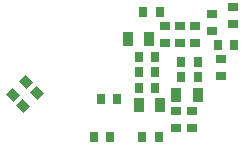
<source format=gbp>
G04*
G04 #@! TF.GenerationSoftware,Altium Limited,Altium Designer,20.0.13 (296)*
G04*
G04 Layer_Color=128*
%FSLAX44Y44*%
%MOMM*%
G71*
G01*
G75*
%ADD23R,0.9000X0.7500*%
%ADD24R,0.7500X0.9000*%
%ADD43R,0.9000X1.3000*%
G04:AMPARAMS|DCode=88|XSize=0.9mm|YSize=0.75mm|CornerRadius=0mm|HoleSize=0mm|Usage=FLASHONLY|Rotation=135.000|XOffset=0mm|YOffset=0mm|HoleType=Round|Shape=Rectangle|*
%AMROTATEDRECTD88*
4,1,4,0.5834,-0.0530,0.0530,-0.5834,-0.5834,0.0530,-0.0530,0.5834,0.5834,-0.0530,0.0*
%
%ADD88ROTATEDRECTD88*%

D23*
X492000Y278000D02*
D03*
Y264000D02*
D03*
X474000Y258000D02*
D03*
Y272000D02*
D03*
X444000Y190000D02*
D03*
Y176000D02*
D03*
X457000Y190000D02*
D03*
Y176000D02*
D03*
X434000Y248000D02*
D03*
Y262000D02*
D03*
X447000Y248000D02*
D03*
Y262000D02*
D03*
X460000Y248000D02*
D03*
Y262000D02*
D03*
X482000Y234000D02*
D03*
Y220000D02*
D03*
D24*
X493000Y246000D02*
D03*
X479000D02*
D03*
X374000Y168000D02*
D03*
X388000D02*
D03*
X448000Y232000D02*
D03*
X462000D02*
D03*
X448000Y219000D02*
D03*
X462000D02*
D03*
X426000Y236000D02*
D03*
X412000D02*
D03*
X426000Y223000D02*
D03*
X412000D02*
D03*
X426000Y210000D02*
D03*
X412000D02*
D03*
X415000Y168000D02*
D03*
X429000D02*
D03*
X394000Y200000D02*
D03*
X380000D02*
D03*
X430000Y274000D02*
D03*
X416000D02*
D03*
D43*
X444000Y204000D02*
D03*
X462000D02*
D03*
X430000Y195000D02*
D03*
X412000D02*
D03*
X421000Y251000D02*
D03*
X403000D02*
D03*
D88*
X325657Y205657D02*
D03*
X314343Y194343D02*
D03*
X316657Y214657D02*
D03*
X305343Y203343D02*
D03*
M02*

</source>
